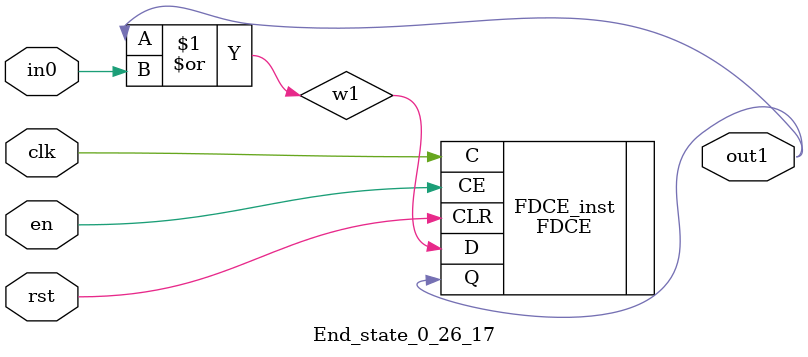
<source format=v>
module engine_0_26(out,clk,sod,en, in_59, in_1, in_3, in_6, in_8, in_10, in_15, in_16, in_17, in_29, in_30, in_36, in_41);
//pcre: /User-Agent\x3A\s+?mus[\x0d\x0a]/iH
//block char: [\x0d\x0a][1], \x20[8], N[0], G[0], S[0], -[0], a[0], r[0], e[0], u[0], t[0], \x3A[8], M[0], 

	input clk,sod,en;

	input in_59, in_1, in_3, in_6, in_8, in_10, in_15, in_16, in_17, in_29, in_30, in_36, in_41;
	output out;

	assign w0 = 1'b1;
	state_0_26_1 BlockState_0_26_1 (w1,in_29,clk,en,sod,w0);
	state_0_26_2 BlockState_0_26_2 (w2,in_8,clk,en,sod,w1);
	state_0_26_3 BlockState_0_26_3 (w3,in_17,clk,en,sod,w2);
	state_0_26_4 BlockState_0_26_4 (w4,in_16,clk,en,sod,w3);
	state_0_26_5 BlockState_0_26_5 (w5,in_10,clk,en,sod,w4);
	state_0_26_6 BlockState_0_26_6 (w6,in_15,clk,en,sod,w5);
	state_0_26_7 BlockState_0_26_7 (w7,in_6,clk,en,sod,w6);
	state_0_26_8 BlockState_0_26_8 (w8,in_17,clk,en,sod,w7);
	state_0_26_9 BlockState_0_26_9 (w9,in_3,clk,en,sod,w8);
	state_0_26_10 BlockState_0_26_10 (w10,in_30,clk,en,sod,w9);
	state_0_26_11 BlockState_0_26_11 (w11,in_36,clk,en,sod,w10);
	state_0_26_12 BlockState_0_26_12 (w12,in_1,clk,en,sod,w12,w11);
	state_0_26_13 BlockState_0_26_13 (w13,in_41,clk,en,sod,w11,w12);
	state_0_26_14 BlockState_0_26_14 (w14,in_29,clk,en,sod,w13);
	state_0_26_15 BlockState_0_26_15 (w15,in_8,clk,en,sod,w14);
	state_0_26_16 BlockState_0_26_16 (w16,in_59,clk,en,sod,w15);
	End_state_0_26_17 BlockState_0_26_17 (out,clk,en,sod,w16);
endmodule

module state_0_26_1(out1,in_char,clk,en,rst,in0);
	input in_char,clk,en,rst,in0;
	output out1;
	wire w1,w2;
	assign w1 = in0; 
	and(w2,in_char,w1);
	FDCE #(.INIT(1'b0)) FDCE_inst (
		.Q(out1),
		.C(clk),
		.CE(en),
		.CLR(rst),
		.D(w2)
);
endmodule

module state_0_26_2(out1,in_char,clk,en,rst,in0);
	input in_char,clk,en,rst,in0;
	output out1;
	wire w1,w2;
	assign w1 = in0; 
	and(w2,in_char,w1);
	FDCE #(.INIT(1'b0)) FDCE_inst (
		.Q(out1),
		.C(clk),
		.CE(en),
		.CLR(rst),
		.D(w2)
);
endmodule

module state_0_26_3(out1,in_char,clk,en,rst,in0);
	input in_char,clk,en,rst,in0;
	output out1;
	wire w1,w2;
	assign w1 = in0; 
	and(w2,in_char,w1);
	FDCE #(.INIT(1'b0)) FDCE_inst (
		.Q(out1),
		.C(clk),
		.CE(en),
		.CLR(rst),
		.D(w2)
);
endmodule

module state_0_26_4(out1,in_char,clk,en,rst,in0);
	input in_char,clk,en,rst,in0;
	output out1;
	wire w1,w2;
	assign w1 = in0; 
	and(w2,in_char,w1);
	FDCE #(.INIT(1'b0)) FDCE_inst (
		.Q(out1),
		.C(clk),
		.CE(en),
		.CLR(rst),
		.D(w2)
);
endmodule

module state_0_26_5(out1,in_char,clk,en,rst,in0);
	input in_char,clk,en,rst,in0;
	output out1;
	wire w1,w2;
	assign w1 = in0; 
	and(w2,in_char,w1);
	FDCE #(.INIT(1'b0)) FDCE_inst (
		.Q(out1),
		.C(clk),
		.CE(en),
		.CLR(rst),
		.D(w2)
);
endmodule

module state_0_26_6(out1,in_char,clk,en,rst,in0);
	input in_char,clk,en,rst,in0;
	output out1;
	wire w1,w2;
	assign w1 = in0; 
	and(w2,in_char,w1);
	FDCE #(.INIT(1'b0)) FDCE_inst (
		.Q(out1),
		.C(clk),
		.CE(en),
		.CLR(rst),
		.D(w2)
);
endmodule

module state_0_26_7(out1,in_char,clk,en,rst,in0);
	input in_char,clk,en,rst,in0;
	output out1;
	wire w1,w2;
	assign w1 = in0; 
	and(w2,in_char,w1);
	FDCE #(.INIT(1'b0)) FDCE_inst (
		.Q(out1),
		.C(clk),
		.CE(en),
		.CLR(rst),
		.D(w2)
);
endmodule

module state_0_26_8(out1,in_char,clk,en,rst,in0);
	input in_char,clk,en,rst,in0;
	output out1;
	wire w1,w2;
	assign w1 = in0; 
	and(w2,in_char,w1);
	FDCE #(.INIT(1'b0)) FDCE_inst (
		.Q(out1),
		.C(clk),
		.CE(en),
		.CLR(rst),
		.D(w2)
);
endmodule

module state_0_26_9(out1,in_char,clk,en,rst,in0);
	input in_char,clk,en,rst,in0;
	output out1;
	wire w1,w2;
	assign w1 = in0; 
	and(w2,in_char,w1);
	FDCE #(.INIT(1'b0)) FDCE_inst (
		.Q(out1),
		.C(clk),
		.CE(en),
		.CLR(rst),
		.D(w2)
);
endmodule

module state_0_26_10(out1,in_char,clk,en,rst,in0);
	input in_char,clk,en,rst,in0;
	output out1;
	wire w1,w2;
	assign w1 = in0; 
	and(w2,in_char,w1);
	FDCE #(.INIT(1'b0)) FDCE_inst (
		.Q(out1),
		.C(clk),
		.CE(en),
		.CLR(rst),
		.D(w2)
);
endmodule

module state_0_26_11(out1,in_char,clk,en,rst,in0);
	input in_char,clk,en,rst,in0;
	output out1;
	wire w1,w2;
	assign w1 = in0; 
	and(w2,in_char,w1);
	FDCE #(.INIT(1'b0)) FDCE_inst (
		.Q(out1),
		.C(clk),
		.CE(en),
		.CLR(rst),
		.D(w2)
);
endmodule

module state_0_26_12(out1,in_char,clk,en,rst,in0,in1);
	input in_char,clk,en,rst,in0,in1;
	output out1;
	wire w1,w2;
	or(w1,in0,in1);
	and(w2,in_char,w1);
	FDCE #(.INIT(1'b0)) FDCE_inst (
		.Q(out1),
		.C(clk),
		.CE(en),
		.CLR(rst),
		.D(w2)
);
endmodule

module state_0_26_13(out1,in_char,clk,en,rst,in0,in1);
	input in_char,clk,en,rst,in0,in1;
	output out1;
	wire w1,w2;
	or(w1,in0,in1);
	and(w2,in_char,w1);
	FDCE #(.INIT(1'b0)) FDCE_inst (
		.Q(out1),
		.C(clk),
		.CE(en),
		.CLR(rst),
		.D(w2)
);
endmodule

module state_0_26_14(out1,in_char,clk,en,rst,in0);
	input in_char,clk,en,rst,in0;
	output out1;
	wire w1,w2;
	assign w1 = in0; 
	and(w2,in_char,w1);
	FDCE #(.INIT(1'b0)) FDCE_inst (
		.Q(out1),
		.C(clk),
		.CE(en),
		.CLR(rst),
		.D(w2)
);
endmodule

module state_0_26_15(out1,in_char,clk,en,rst,in0);
	input in_char,clk,en,rst,in0;
	output out1;
	wire w1,w2;
	assign w1 = in0; 
	and(w2,in_char,w1);
	FDCE #(.INIT(1'b0)) FDCE_inst (
		.Q(out1),
		.C(clk),
		.CE(en),
		.CLR(rst),
		.D(w2)
);
endmodule

module state_0_26_16(out1,in_char,clk,en,rst,in0);
	input in_char,clk,en,rst,in0;
	output out1;
	wire w1,w2;
	assign w1 = in0; 
	and(w2,in_char,w1);
	FDCE #(.INIT(1'b0)) FDCE_inst (
		.Q(out1),
		.C(clk),
		.CE(en),
		.CLR(rst),
		.D(w2)
);
endmodule

module End_state_0_26_17(out1,clk,en,rst,in0);
	input clk,rst,en,in0;
	output out1;
	wire w1;
	or(w1,out1,in0);
	FDCE #(.INIT(1'b0)) FDCE_inst (
		.Q(out1),
		.C(clk),
		.CE(en),
		.CLR(rst),
		.D(w1)
);
endmodule


</source>
